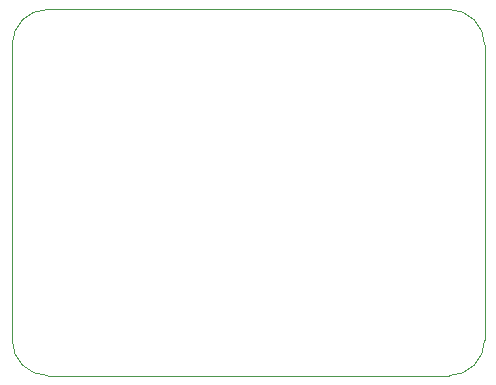
<source format=gbr>
%TF.GenerationSoftware,KiCad,Pcbnew,8.0.8*%
%TF.CreationDate,2025-02-01T16:42:16+07:00*%
%TF.ProjectId,stm32-blue-pill-backups,73746d33-322d-4626-9c75-652d70696c6c,rev?*%
%TF.SameCoordinates,Original*%
%TF.FileFunction,Profile,NP*%
%FSLAX46Y46*%
G04 Gerber Fmt 4.6, Leading zero omitted, Abs format (unit mm)*
G04 Created by KiCad (PCBNEW 8.0.8) date 2025-02-01 16:42:16*
%MOMM*%
%LPD*%
G01*
G04 APERTURE LIST*
%TA.AperFunction,Profile*%
%ADD10C,0.050000*%
%TD*%
G04 APERTURE END LIST*
D10*
X104970000Y-109650000D02*
X104970000Y-84650000D01*
X104970000Y-84650000D02*
G75*
G02*
X107970000Y-81650000I3000000J0D01*
G01*
X141970000Y-112650000D02*
X107970000Y-112650000D01*
X144970000Y-84650000D02*
X144970000Y-109650000D01*
X141970000Y-81650000D02*
G75*
G02*
X144970000Y-84650000I0J-3000000D01*
G01*
X107970000Y-112650000D02*
G75*
G02*
X104970000Y-109650000I0J3000000D01*
G01*
X144970000Y-109650000D02*
G75*
G02*
X141970000Y-112650000I-3000000J0D01*
G01*
X107970000Y-81650000D02*
X141970000Y-81650000D01*
M02*

</source>
